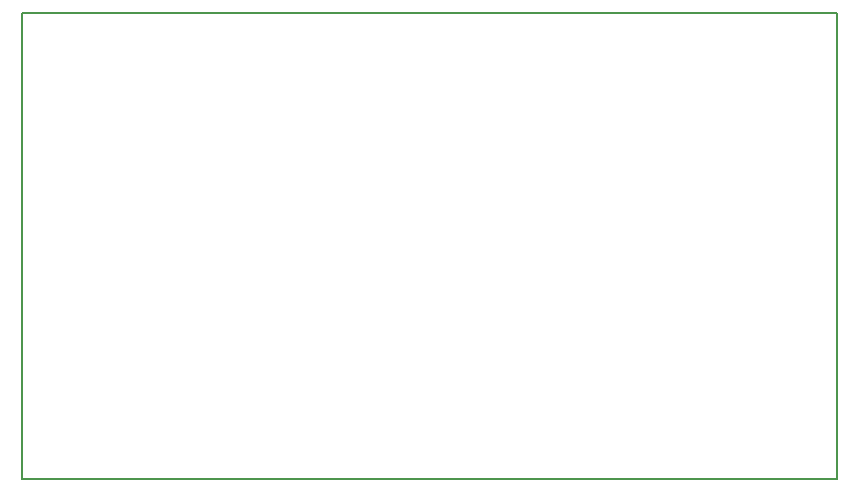
<source format=gbr>
%TF.GenerationSoftware,KiCad,Pcbnew,9.0.6*%
%TF.CreationDate,2026-01-16T11:33:12+01:00*%
%TF.ProjectId,PhatBoy_kicad_mark2025,50686174-426f-4795-9f6b-696361645f6d,rev?*%
%TF.SameCoordinates,Original*%
%TF.FileFunction,Profile,NP*%
%FSLAX46Y46*%
G04 Gerber Fmt 4.6, Leading zero omitted, Abs format (unit mm)*
G04 Created by KiCad (PCBNEW 9.0.6) date 2026-01-16 11:33:12*
%MOMM*%
%LPD*%
G01*
G04 APERTURE LIST*
%TA.AperFunction,Profile*%
%ADD10C,0.200000*%
%TD*%
G04 APERTURE END LIST*
D10*
X36000000Y-67000000D02*
X105000000Y-67000000D01*
X105000000Y-106500000D01*
X36000000Y-106500000D01*
X36000000Y-67000000D01*
M02*

</source>
